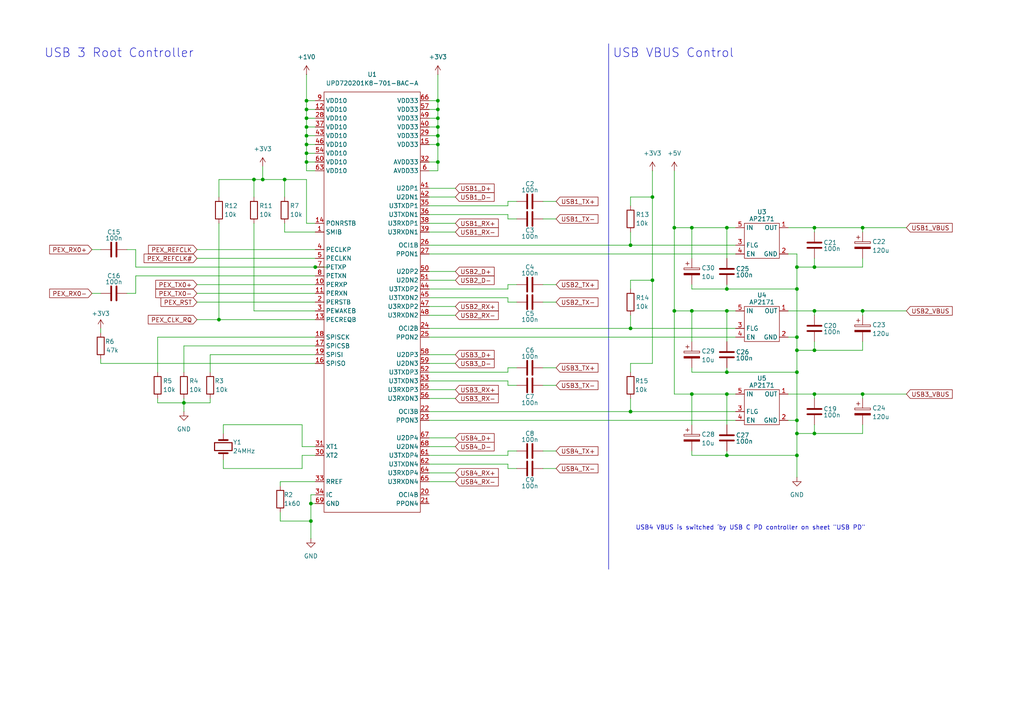
<source format=kicad_sch>
(kicad_sch (version 20231120) (generator "eeschema") (generator_version "8.0")
  (paper "A4")
  (lib_symbols
    (symbol "Device:C" (pin_numbers hide) (pin_names (offset 0.254))
      (property "Reference" "C" (at 0.635 2.54 0))
      (property "Value" "C" (at 0.635 -2.54 0))
      (symbol "C_0_1"
        (polyline (pts (xy -2.032 -0.762) (xy 2.032 -0.762)) (stroke (width 0.508)))
        (polyline (pts (xy -2.032 0.762) (xy 2.032 0.762)) (stroke (width 0.508)))
      )
      (symbol "C_1_1"
        (pin passive line (at 0 3.81 270) (length 2.794) (name "~") (number "1"))
        (pin passive line (at 0 -3.81 90) (length 2.794) (name "~") (number "2"))
      )
    )
    (symbol "Device:C_Polarized" (pin_numbers hide) (pin_names (offset 0.254))
      (property "Reference" "C" (at 0.635 2.54 0))
      (property "Value" "C_Polarized" (at 0.635 -2.54 0))
      (symbol "C_Polarized_0_1"
        (rectangle (start -2.286 0.508) (end 2.286 1.016))
        (polyline (pts (xy -1.778 2.286) (xy -0.762 2.286)))
        (polyline (pts (xy -1.27 2.794) (xy -1.27 1.778)))
        (rectangle (start 2.286 -0.508) (end -2.286 -1.016) (fill (type outline)))
      )
      (symbol "C_Polarized_1_1"
        (pin passive line (at 0 3.81 270) (length 2.794) (name "~") (number "1"))
        (pin passive line (at 0 -3.81 90) (length 2.794) (name "~") (number "2"))
      )
    )
    (symbol "Device:Crystal" (pin_numbers hide) (pin_names (offset 1.016) hide)
      (property "Reference" "Y" (at 0 3.81 0))
      (property "Value" "Crystal" (at 0 -3.81 0))
      (symbol "Crystal_0_1"
        (rectangle (start -1.143 2.54) (end 1.143 -2.54) (stroke (width 0.3048)))
        (polyline (pts (xy -2.54 0) (xy -1.905 0)))
        (polyline (pts (xy -1.905 -1.27) (xy -1.905 1.27)) (stroke (width 0.508)))
        (polyline (pts (xy 1.905 -1.27) (xy 1.905 1.27)) (stroke (width 0.508)))
        (polyline (pts (xy 2.54 0) (xy 1.905 0)))
      )
      (symbol "Crystal_1_1"
        (pin passive line (at -3.81 0 0) (length 1.27) (name "1") (number "1"))
        (pin passive line (at 3.81 0 180) (length 1.27) (name "2") (number "2"))
      )
    )
    (symbol "Device:R" (pin_numbers hide) (pin_names (offset 0))
      (property "Reference" "R" (at 2.032 0 90))
      (property "Value" "R" (at 0 0 90))
      (symbol "R_0_1"
        (rectangle (start -1.016 -2.54) (end 1.016 2.54) (stroke (width 0.254)))
      )
      (symbol "R_1_1"
        (pin passive line (at 0 3.81 270) (length 1.27) (name "~") (number "1"))
        (pin passive line (at 0 -3.81 90) (length 1.27) (name "~") (number "2"))
      )
    )
    (symbol "Framework-ExpansionBay-IOModule:AP2171"
      (property "Reference" "U" (at -3.81 6.604 0))
      (property "Value" "AP2171" (at 0 -6.35 0))
      (symbol "AP2171_0_1"
        (rectangle (start -5.08 5.08) (end 5.08 -5.08))
      )
      (symbol "AP2171_1_1"
        (pin power_out line (at 7.62 3.81 180) (length 2.54) (name "OUT") (number "1"))
        (pin power_in line (at 7.62 -3.81 180) (length 2.54) (name "GND") (number "2"))
        (pin open_collector line (at -7.62 -1.27 0) (length 2.54) (name "FLG") (number "3"))
        (pin input line (at -7.62 -3.81 0) (length 2.54) (name "EN") (number "4"))
        (pin power_in line (at -7.62 3.81 0) (length 2.54) (name "IN") (number "5"))
      )
    )
    (symbol "Framework-ExpansionBay-IOModule:UPD720201K8-701-BAC-A"
      (property "Reference" "U" (at -12.954 74.676 0))
      (property "Value" "UPD720201K8-701-BAC-A" (at 0 -50.8 0))
      (symbol "UPD720201K8-701-BAC-A_0_1"
        (rectangle (start -13.97 73.66) (end 13.97 -48.26))
      )
      (symbol "UPD720201K8-701-BAC-A_1_1"
        (pin bidirectional line (at -16.51 33.02 0) (length 2.54) (name "SMIB") (number "1"))
        (pin bidirectional line (at -16.51 17.78 0) (length 2.54) (name "PERXP") (number "10"))
        (pin bidirectional line (at -16.51 15.24 0) (length 2.54) (name "PERXN") (number "11"))
        (pin power_in line (at -16.51 68.58 0) (length 2.54) (name "VDD10") (number "12"))
        (pin bidirectional line (at -16.51 7.62 0) (length 2.54) (name "PECREQB") (number "13"))
        (pin bidirectional line (at -16.51 35.56 0) (length 2.54) (name "PONRSTB") (number "14"))
        (pin power_in line (at 16.51 58.42 180) (length 2.54) (name "VDD33") (number "15"))
        (pin bidirectional line (at -16.51 -5.08 0) (length 2.54) (name "SPISO") (number "16"))
        (pin bidirectional line (at -16.51 0 0) (length 2.54) (name "SPICSB") (number "17"))
        (pin bidirectional line (at -16.51 2.54 0) (length 2.54) (name "SPISCK") (number "18"))
        (pin bidirectional line (at -16.51 -2.54 0) (length 2.54) (name "SPISI") (number "19"))
        (pin bidirectional line (at -16.51 12.7 0) (length 2.54) (name "PERSTB") (number "2"))
        (pin bidirectional line (at 16.51 -43.18 180) (length 2.54) (name "OCI4B") (number "20"))
        (pin bidirectional line (at 16.51 -45.72 180) (length 2.54) (name "PPON4") (number "21"))
        (pin bidirectional line (at 16.51 -19.05 180) (length 2.54) (name "OCI3B") (number "22"))
        (pin bidirectional line (at 16.51 -21.59 180) (length 2.54) (name "PPON3") (number "23"))
        (pin bidirectional line (at 16.51 5.08 180) (length 2.54) (name "OCI2B") (number "24"))
        (pin bidirectional line (at 16.51 2.54 180) (length 2.54) (name "PPON2") (number "25"))
        (pin bidirectional line (at 16.51 29.21 180) (length 2.54) (name "OCI1B") (number "26"))
        (pin bidirectional line (at 16.51 26.67 180) (length 2.54) (name "PPON1") (number "27"))
        (pin power_in line (at -16.51 66.04 0) (length 2.54) (name "VDD10") (number "28"))
        (pin power_in line (at 16.51 60.96 180) (length 2.54) (name "VDD33") (number "29"))
        (pin bidirectional line (at -16.51 10.16 0) (length 2.54) (name "PEWAKEB") (number "3"))
        (pin bidirectional line (at -16.51 -31.75 0) (length 2.54) (name "XT2") (number "30"))
        (pin bidirectional line (at -16.51 -29.21 0) (length 2.54) (name "XT1") (number "31"))
        (pin power_in line (at 16.51 53.34 180) (length 2.54) (name "AVDD33") (number "32"))
        (pin bidirectional line (at -16.51 -39.37 0) (length 2.54) (name "RREF") (number "33"))
        (pin bidirectional line (at -16.51 -43.18 0) (length 2.54) (name "IC") (number "34"))
        (pin bidirectional line (at 16.51 40.64 180) (length 2.54) (name "U3TXDP1") (number "35"))
        (pin bidirectional line (at 16.51 38.1 180) (length 2.54) (name "U3TXDN1") (number "36"))
        (pin power_in line (at -16.51 63.5 0) (length 2.54) (name "VDD10") (number "37"))
        (pin bidirectional line (at 16.51 35.56 180) (length 2.54) (name "U3RXDP1") (number "38"))
        (pin bidirectional line (at 16.51 33.02 180) (length 2.54) (name "U3RXDN1") (number "39"))
        (pin bidirectional line (at -16.51 27.94 0) (length 2.54) (name "PECLKP") (number "4"))
        (pin power_in line (at 16.51 63.5 180) (length 2.54) (name "VDD33") (number "40"))
        (pin bidirectional line (at 16.51 45.72 180) (length 2.54) (name "U2DP1") (number "41"))
        (pin bidirectional line (at 16.51 43.18 180) (length 2.54) (name "U2DN1") (number "42"))
        (pin power_in line (at -16.51 60.96 0) (length 2.54) (name "VDD10") (number "43"))
        (pin bidirectional line (at 16.51 16.51 180) (length 2.54) (name "U3TXDP2") (number "44"))
        (pin bidirectional line (at 16.51 13.97 180) (length 2.54) (name "U3TXDN2") (number "45"))
        (pin power_in line (at -16.51 58.42 0) (length 2.54) (name "VDD10") (number "46"))
        (pin bidirectional line (at 16.51 11.43 180) (length 2.54) (name "U3RXDP2") (number "47"))
        (pin bidirectional line (at 16.51 8.89 180) (length 2.54) (name "U3RXDN2") (number "48"))
        (pin power_in line (at 16.51 66.04 180) (length 2.54) (name "VDD33") (number "49"))
        (pin bidirectional line (at -16.51 25.4 0) (length 2.54) (name "PECLKN") (number "5"))
        (pin bidirectional line (at 16.51 21.59 180) (length 2.54) (name "U2DP2") (number "50"))
        (pin bidirectional line (at 16.51 19.05 180) (length 2.54) (name "U2DN2") (number "51"))
        (pin bidirectional line (at 16.51 -7.62 180) (length 2.54) (name "U3TXDP3") (number "52"))
        (pin bidirectional line (at 16.51 -10.16 180) (length 2.54) (name "U3TXDN3") (number "53"))
        (pin power_in line (at -16.51 55.88 0) (length 2.54) (name "VDD10") (number "54"))
        (pin bidirectional line (at 16.51 -12.7 180) (length 2.54) (name "U3RXDP3") (number "55"))
        (pin bidirectional line (at 16.51 -15.24 180) (length 2.54) (name "U3RXDN3") (number "56"))
        (pin power_in line (at 16.51 68.58 180) (length 2.54) (name "VDD33") (number "57"))
        (pin bidirectional line (at 16.51 -2.54 180) (length 2.54) (name "U2DP3") (number "58"))
        (pin bidirectional line (at 16.51 -5.08 180) (length 2.54) (name "U2DN3") (number "59"))
        (pin power_in line (at 16.51 50.8 180) (length 2.54) (name "AVDD33") (number "6"))
        (pin power_in line (at -16.51 53.34 0) (length 2.54) (name "VDD10") (number "60"))
        (pin bidirectional line (at 16.51 -31.75 180) (length 2.54) (name "U3TXDP4") (number "61"))
        (pin bidirectional line (at 16.51 -34.29 180) (length 2.54) (name "U3TXDN4") (number "62"))
        (pin power_in line (at -16.51 50.8 0) (length 2.54) (name "VDD10") (number "63"))
        (pin bidirectional line (at 16.51 -36.83 180) (length 2.54) (name "U3RXDP4") (number "64"))
        (pin bidirectional line (at 16.51 -39.37 180) (length 2.54) (name "U3RXDN4") (number "65"))
        (pin power_in line (at 16.51 71.12 180) (length 2.54) (name "VDD33") (number "66"))
        (pin bidirectional line (at 16.51 -26.67 180) (length 2.54) (name "U2DP4") (number "67"))
        (pin bidirectional line (at 16.51 -29.21 180) (length 2.54) (name "U2DN4") (number "68"))
        (pin power_in line (at -16.51 -45.72 0) (length 2.54) (name "GND") (number "69"))
        (pin bidirectional line (at -16.51 22.86 0) (length 2.54) (name "PETXP") (number "7"))
        (pin bidirectional line (at -16.51 20.32 0) (length 2.54) (name "PETXN") (number "8"))
        (pin power_in line (at -16.51 71.12 0) (length 2.54) (name "VDD10") (number "9"))
      )
    )
    (symbol "power:+1V0" (power) (pin_numbers hide) (pin_names (offset 0) hide)
      (property "Value" "+1V0" (at 0 3.556 0))
      (symbol "+1V0_0_1"
        (polyline (pts (xy -0.762 1.27) (xy 0 2.54)))
        (polyline (pts (xy 0 0) (xy 0 2.54)))
        (polyline (pts (xy 0 2.54) (xy 0.762 1.27)))
      )
      (symbol "+1V0_1_1"
        (pin power_in line (at 0 0 90) (length 0) (name "~") (number "1"))
      )
    )
    (symbol "power:+3V3" (power) (pin_numbers hide) (pin_names (offset 0) hide)
      (property "Value" "+3V3" (at 0 3.556 0))
      (symbol "+3V3_0_1"
        (polyline (pts (xy -0.762 1.27) (xy 0 2.54)))
        (polyline (pts (xy 0 0) (xy 0 2.54)))
        (polyline (pts (xy 0 2.54) (xy 0.762 1.27)))
      )
      (symbol "+3V3_1_1"
        (pin power_in line (at 0 0 90) (length 0) (name "~") (number "1"))
      )
    )
    (symbol "power:+5V" (power) (pin_numbers hide) (pin_names (offset 0) hide)
      (property "Value" "+5V" (at 0 3.556 0))
      (symbol "+5V_0_1"
        (polyline (pts (xy -0.762 1.27) (xy 0 2.54)))
        (polyline (pts (xy 0 0) (xy 0 2.54)))
        (polyline (pts (xy 0 2.54) (xy 0.762 1.27)))
      )
      (symbol "+5V_1_1"
        (pin power_in line (at 0 0 90) (length 0) (name "~") (number "1"))
      )
    )
    (symbol "power:GND" (power) (pin_numbers hide) (pin_names (offset 0) hide)
      (property "Value" "GND" (at 0 -3.81 0))
      (symbol "GND_0_1"
        (polyline (pts (xy 0 0) (xy 0 -1.27) (xy 1.27 -1.27) (xy 0 -2.54) (xy -1.27 -1.27) (xy 0 -1.27)))
      )
      (symbol "GND_1_1"
        (pin power_in line (at 0 0 270) (length 0) (name "~") (number "1"))
      )
    )
  )
  (junction (at 250.19 114.3))
  (junction (at 88.9 31.75))
  (junction (at 231.14 121.92))
  (junction (at 210.82 90.17))
  (junction (at 88.9 29.21))
  (junction (at 231.14 97.79))
  (junction (at 127 34.29))
  (junction (at 91.44 77.47))
  (junction (at 231.14 83.82))
  (junction (at 210.82 114.3))
  (junction (at 88.9 39.37))
  (junction (at 189.23 81.28))
  (junction (at 88.9 36.83))
  (junction (at 210.82 132.08))
  (junction (at 76.2 52.07))
  (junction (at 63.5 92.71))
  (junction (at 231.14 125.73))
  (junction (at 236.22 125.73))
  (junction (at 127 46.99))
  (junction (at 210.82 83.82))
  (junction (at 189.23 57.15))
  (junction (at 200.66 114.3))
  (junction (at 200.66 90.17))
  (junction (at 88.9 34.29))
  (junction (at 182.88 95.25))
  (junction (at 200.66 66.04))
  (junction (at 210.82 66.04))
  (junction (at 88.9 44.45))
  (junction (at 90.17 146.05))
  (junction (at 90.17 151.13))
  (junction (at 231.14 132.08))
  (junction (at 127 29.21))
  (junction (at 195.58 90.17))
  (junction (at 82.55 52.07))
  (junction (at 127 31.75))
  (junction (at 210.82 107.95))
  (junction (at 88.9 46.99))
  (junction (at 236.22 101.6))
  (junction (at 231.14 77.47))
  (junction (at 236.22 77.47))
  (junction (at 127 36.83))
  (junction (at 236.22 90.17))
  (junction (at 236.22 114.3))
  (junction (at 250.19 90.17))
  (junction (at 127 41.91))
  (junction (at 250.19 66.04))
  (junction (at 231.14 101.6))
  (junction (at 127 39.37))
  (junction (at 231.14 107.95))
  (junction (at 88.9 41.91))
  (junction (at 53.34 116.84))
  (junction (at 182.88 71.12))
  (junction (at 236.22 66.04))
  (junction (at 182.88 119.38))
  (junction (at 73.66 52.07))
  (junction (at 195.58 66.04))
  (wire (pts (xy 127 34.29) (xy 127 31.75)))
  (wire (pts (xy 200.66 114.3) (xy 210.82 114.3)))
  (wire (pts (xy 157.48 130.81) (xy 161.29 130.81)))
  (wire (pts (xy 182.88 67.31) (xy 182.88 71.12)))
  (wire (pts (xy 236.22 90.17) (xy 236.22 91.44)))
  (wire (pts (xy 124.46 95.25) (xy 182.88 95.25)))
  (wire (pts (xy 87.63 123.19) (xy 87.63 129.54)))
  (wire (pts (xy 124.46 39.37) (xy 127 39.37)))
  (wire (pts (xy 39.37 72.39) (xy 39.37 77.47)))
  (wire (pts (xy 88.9 44.45) (xy 91.44 44.45)))
  (wire (pts (xy 182.88 95.25) (xy 213.36 95.25)))
  (wire (pts (xy 231.14 77.47) (xy 231.14 83.82)))
  (wire (pts (xy 157.48 63.5) (xy 161.29 63.5)))
  (wire (pts (xy 195.58 90.17) (xy 195.58 114.3)))
  (wire (pts (xy 57.15 85.09) (xy 91.44 85.09)))
  (wire (pts (xy 26.67 72.39) (xy 29.21 72.39)))
  (wire (pts (xy 60.96 116.84) (xy 60.96 115.57)))
  (wire (pts (xy 149.86 63.5) (xy 147.32 63.5)))
  (wire (pts (xy 88.9 34.29) (xy 88.9 31.75)))
  (wire (pts (xy 76.2 52.07) (xy 82.55 52.07)))
  (wire (pts (xy 29.21 105.41) (xy 91.44 105.41)))
  (wire (pts (xy 250.19 90.17) (xy 262.89 90.17)))
  (wire (pts (xy 228.6 97.79) (xy 231.14 97.79)))
  (wire (pts (xy 91.44 132.08) (xy 87.63 132.08)))
  (wire (pts (xy 127 36.83) (xy 127 34.29)))
  (wire (pts (xy 182.88 119.38) (xy 213.36 119.38)))
  (wire (pts (xy 228.6 114.3) (xy 236.22 114.3)))
  (wire (pts (xy 124.46 97.79) (xy 213.36 97.79)))
  (wire (pts (xy 147.32 111.76) (xy 147.32 110.49)))
  (wire (pts (xy 90.17 146.05) (xy 91.44 146.05)))
  (wire (pts (xy 250.19 74.93) (xy 250.19 77.47)))
  (wire (pts (xy 45.72 116.84) (xy 53.34 116.84)))
  (wire (pts (xy 29.21 95.25) (xy 29.21 96.52)))
  (wire (pts (xy 149.86 106.68) (xy 147.32 106.68)))
  (wire (pts (xy 149.86 135.89) (xy 147.32 135.89)))
  (wire (pts (xy 127 31.75) (xy 127 29.21)))
  (wire (pts (xy 147.32 87.63) (xy 147.32 86.36)))
  (wire (pts (xy 53.34 115.57) (xy 53.34 116.84)))
  (wire (pts (xy 250.19 77.47) (xy 236.22 77.47)))
  (wire (pts (xy 88.9 31.75) (xy 88.9 29.21)))
  (wire (pts (xy 182.88 59.69) (xy 182.88 57.15)))
  (wire (pts (xy 127 21.59) (xy 127 29.21)))
  (wire (pts (xy 200.66 66.04) (xy 210.82 66.04)))
  (wire (pts (xy 87.63 135.89) (xy 64.77 135.89)))
  (wire (pts (xy 124.46 102.87) (xy 132.08 102.87)))
  (wire (pts (xy 26.67 85.09) (xy 29.21 85.09)))
  (wire (pts (xy 210.82 90.17) (xy 213.36 90.17)))
  (wire (pts (xy 91.44 49.53) (xy 88.9 49.53)))
  (wire (pts (xy 45.72 97.79) (xy 91.44 97.79)))
  (wire (pts (xy 147.32 62.23) (xy 124.46 62.23)))
  (wire (pts (xy 88.9 36.83) (xy 88.9 34.29)))
  (wire (pts (xy 149.86 58.42) (xy 147.32 58.42)))
  (wire (pts (xy 124.46 129.54) (xy 132.08 129.54)))
  (wire (pts (xy 57.15 72.39) (xy 91.44 72.39)))
  (wire (pts (xy 147.32 83.82) (xy 124.46 83.82)))
  (wire (pts (xy 88.9 36.83) (xy 91.44 36.83)))
  (wire (pts (xy 127 49.53) (xy 127 46.99)))
  (wire (pts (xy 182.88 105.41) (xy 182.88 107.95)))
  (wire (pts (xy 88.9 39.37) (xy 91.44 39.37)))
  (wire (pts (xy 250.19 99.06) (xy 250.19 101.6)))
  (wire (pts (xy 231.14 97.79) (xy 231.14 83.82)))
  (wire (pts (xy 64.77 123.19) (xy 87.63 123.19)))
  (wire (pts (xy 63.5 92.71) (xy 91.44 92.71)))
  (wire (pts (xy 147.32 134.62) (xy 124.46 134.62)))
  (wire (pts (xy 88.9 31.75) (xy 91.44 31.75)))
  (wire (pts (xy 157.48 82.55) (xy 161.29 82.55)))
  (wire (pts (xy 189.23 49.53) (xy 189.23 57.15)))
  (wire (pts (xy 124.46 31.75) (xy 127 31.75)))
  (wire (pts (xy 124.46 36.83) (xy 127 36.83)))
  (wire (pts (xy 88.9 52.07) (xy 88.9 64.77)))
  (wire (pts (xy 124.46 121.92) (xy 213.36 121.92)))
  (wire (pts (xy 147.32 132.08) (xy 124.46 132.08)))
  (wire (pts (xy 88.9 41.91) (xy 91.44 41.91)))
  (wire (pts (xy 182.88 83.82) (xy 182.88 81.28)))
  (wire (pts (xy 60.96 107.95) (xy 60.96 102.87)))
  (wire (pts (xy 73.66 64.77) (xy 73.66 90.17)))
  (wire (pts (xy 200.66 66.04) (xy 200.66 74.93)))
  (wire (pts (xy 127 46.99) (xy 127 41.91)))
  (wire (pts (xy 39.37 77.47) (xy 91.44 77.47)))
  (wire (pts (xy 200.66 90.17) (xy 210.82 90.17)))
  (wire (pts (xy 124.46 105.41) (xy 132.08 105.41)))
  (wire (pts (xy 236.22 114.3) (xy 250.19 114.3)))
  (wire (pts (xy 81.28 151.13) (xy 90.17 151.13)))
  (wire (pts (xy 53.34 116.84) (xy 60.96 116.84)))
  (wire (pts (xy 236.22 66.04) (xy 250.19 66.04)))
  (wire (pts (xy 236.22 66.04) (xy 236.22 67.31)))
  (wire (pts (xy 124.46 127) (xy 132.08 127)))
  (wire (pts (xy 36.83 85.09) (xy 39.37 85.09)))
  (wire (pts (xy 236.22 123.19) (xy 236.22 125.73)))
  (wire (pts (xy 157.48 58.42) (xy 161.29 58.42)))
  (wire (pts (xy 210.82 106.68) (xy 210.82 107.95)))
  (wire (pts (xy 210.82 66.04) (xy 210.82 74.93)))
  (wire (pts (xy 90.17 151.13) (xy 90.17 146.05)))
  (wire (pts (xy 157.48 87.63) (xy 161.29 87.63)))
  (wire (pts (xy 200.66 83.82) (xy 210.82 83.82)))
  (wire (pts (xy 39.37 85.09) (xy 39.37 80.01)))
  (wire (pts (xy 236.22 114.3) (xy 236.22 115.57)))
  (wire (pts (xy 124.46 34.29) (xy 127 34.29)))
  (wire (pts (xy 29.21 104.14) (xy 29.21 105.41)))
  (wire (pts (xy 231.14 101.6) (xy 231.14 97.79)))
  (wire (pts (xy 73.66 52.07) (xy 76.2 52.07)))
  (polyline (pts (xy 176.53 12.7) (xy 176.53 165.1)))
  (wire (pts (xy 124.46 57.15) (xy 132.08 57.15)))
  (wire (pts (xy 147.32 63.5) (xy 147.32 62.23)))
  (wire (pts (xy 231.14 132.08) (xy 231.14 125.73)))
  (wire (pts (xy 182.88 91.44) (xy 182.88 95.25)))
  (wire (pts (xy 124.46 78.74) (xy 132.08 78.74)))
  (wire (pts (xy 147.32 86.36) (xy 124.46 86.36)))
  (wire (pts (xy 210.82 114.3) (xy 210.82 123.19)))
  (wire (pts (xy 60.96 102.87) (xy 91.44 102.87)))
  (wire (pts (xy 200.66 132.08) (xy 210.82 132.08)))
  (wire (pts (xy 210.82 107.95) (xy 231.14 107.95)))
  (wire (pts (xy 76.2 48.26) (xy 76.2 52.07)))
  (wire (pts (xy 82.55 52.07) (xy 88.9 52.07)))
  (wire (pts (xy 157.48 111.76) (xy 161.29 111.76)))
  (wire (pts (xy 250.19 66.04) (xy 262.89 66.04)))
  (wire (pts (xy 195.58 66.04) (xy 200.66 66.04)))
  (wire (pts (xy 195.58 90.17) (xy 200.66 90.17)))
  (wire (pts (xy 250.19 66.04) (xy 250.19 67.31)))
  (wire (pts (xy 87.63 132.08) (xy 87.63 135.89)))
  (wire (pts (xy 53.34 107.95) (xy 53.34 100.33)))
  (wire (pts (xy 200.66 114.3) (xy 200.66 123.19)))
  (wire (pts (xy 236.22 99.06) (xy 236.22 101.6)))
  (wire (pts (xy 124.46 73.66) (xy 213.36 73.66)))
  (wire (pts (xy 250.19 123.19) (xy 250.19 125.73)))
  (wire (pts (xy 228.6 121.92) (xy 231.14 121.92)))
  (wire (pts (xy 57.15 82.55) (xy 91.44 82.55)))
  (wire (pts (xy 236.22 101.6) (xy 231.14 101.6)))
  (wire (pts (xy 57.15 92.71) (xy 63.5 92.71)))
  (wire (pts (xy 189.23 105.41) (xy 182.88 105.41)))
  (wire (pts (xy 149.86 111.76) (xy 147.32 111.76)))
  (wire (pts (xy 195.58 49.53) (xy 195.58 66.04)))
  (wire (pts (xy 124.46 113.03) (xy 132.08 113.03)))
  (wire (pts (xy 63.5 64.77) (xy 63.5 92.71)))
  (wire (pts (xy 200.66 90.17) (xy 200.66 99.06)))
  (wire (pts (xy 124.46 115.57) (xy 132.08 115.57)))
  (wire (pts (xy 250.19 114.3) (xy 250.19 115.57)))
  (wire (pts (xy 189.23 81.28) (xy 189.23 105.41)))
  (wire (pts (xy 147.32 135.89) (xy 147.32 134.62)))
  (wire (pts (xy 88.9 29.21) (xy 91.44 29.21)))
  (wire (pts (xy 124.46 81.28) (xy 132.08 81.28)))
  (wire (pts (xy 231.14 77.47) (xy 231.14 73.66)))
  (wire (pts (xy 88.9 44.45) (xy 88.9 41.91)))
  (wire (pts (xy 195.58 66.04) (xy 195.58 90.17)))
  (wire (pts (xy 200.66 130.81) (xy 200.66 132.08)))
  (wire (pts (xy 36.83 72.39) (xy 39.37 72.39)))
  (wire (pts (xy 124.46 54.61) (xy 132.08 54.61)))
  (wire (pts (xy 88.9 34.29) (xy 91.44 34.29)))
  (wire (pts (xy 63.5 52.07) (xy 73.66 52.07)))
  (wire (pts (xy 88.9 64.77) (xy 91.44 64.77)))
  (wire (pts (xy 82.55 64.77) (xy 82.55 67.31)))
  (wire (pts (xy 64.77 133.35) (xy 64.77 135.89)))
  (wire (pts (xy 182.88 115.57) (xy 182.88 119.38)))
  (wire (pts (xy 82.55 52.07) (xy 82.55 57.15)))
  (wire (pts (xy 81.28 139.7) (xy 91.44 139.7)))
  (wire (pts (xy 210.82 83.82) (xy 231.14 83.82)))
  (wire (pts (xy 147.32 58.42) (xy 147.32 59.69)))
  (wire (pts (xy 73.66 90.17) (xy 91.44 90.17)))
  (wire (pts (xy 124.46 91.44) (xy 132.08 91.44)))
  (wire (pts (xy 182.88 81.28) (xy 189.23 81.28)))
  (wire (pts (xy 57.15 74.93) (xy 91.44 74.93)))
  (wire (pts (xy 250.19 90.17) (xy 250.19 91.44)))
  (wire (pts (xy 53.34 100.33) (xy 91.44 100.33)))
  (wire (pts (xy 87.63 129.54) (xy 91.44 129.54)))
  (wire (pts (xy 124.46 88.9) (xy 132.08 88.9)))
  (wire (pts (xy 124.46 139.7) (xy 132.08 139.7)))
  (wire (pts (xy 127 39.37) (xy 127 36.83)))
  (wire (pts (xy 236.22 90.17) (xy 250.19 90.17)))
  (wire (pts (xy 124.46 46.99) (xy 127 46.99)))
  (wire (pts (xy 88.9 39.37) (xy 88.9 36.83)))
  (wire (pts (xy 124.46 41.91) (xy 127 41.91)))
  (wire (pts (xy 88.9 21.59) (xy 88.9 29.21)))
  (wire (pts (xy 95.25 77.47) (xy 91.44 77.47)))
  (wire (pts (xy 236.22 77.47) (xy 231.14 77.47)))
  (wire (pts (xy 90.17 156.21) (xy 90.17 151.13)))
  (wire (pts (xy 147.32 130.81) (xy 147.32 132.08)))
  (wire (pts (xy 147.32 59.69) (xy 124.46 59.69)))
  (wire (pts (xy 90.17 143.51) (xy 91.44 143.51)))
  (wire (pts (xy 149.86 130.81) (xy 147.32 130.81)))
  (wire (pts (xy 124.46 67.31) (xy 132.08 67.31)))
  (wire (pts (xy 182.88 71.12) (xy 213.36 71.12)))
  (wire (pts (xy 124.46 119.38) (xy 182.88 119.38)))
  (wire (pts (xy 81.28 140.97) (xy 81.28 139.7)))
  (wire (pts (xy 231.14 125.73) (xy 231.14 121.92)))
  (wire (pts (xy 189.23 57.15) (xy 189.23 81.28)))
  (wire (pts (xy 88.9 41.91) (xy 88.9 39.37)))
  (wire (pts (xy 182.88 57.15) (xy 189.23 57.15)))
  (wire (pts (xy 250.19 114.3) (xy 262.89 114.3)))
  (wire (pts (xy 127 41.91) (xy 127 39.37)))
  (wire (pts (xy 45.72 107.95) (xy 45.72 97.79)))
  (wire (pts (xy 63.5 57.15) (xy 63.5 52.07)))
  (wire (pts (xy 231.14 121.92) (xy 231.14 107.95)))
  (wire (pts (xy 250.19 125.73) (xy 236.22 125.73)))
  (wire (pts (xy 88.9 49.53) (xy 88.9 46.99)))
  (wire (pts (xy 127 29.21) (xy 124.46 29.21)))
  (wire (pts (xy 147.32 107.95) (xy 124.46 107.95)))
  (wire (pts (xy 82.55 67.31) (xy 91.44 67.31)))
  (wire (pts (xy 236.22 125.73) (xy 231.14 125.73)))
  (wire (pts (xy 147.32 106.68) (xy 147.32 107.95)))
  (wire (pts (xy 157.48 135.89) (xy 161.29 135.89)))
  (wire (pts (xy 228.6 90.17) (xy 236.22 90.17)))
  (wire (pts (xy 57.15 87.63) (xy 91.44 87.63)))
  (wire (pts (xy 124.46 71.12) (xy 182.88 71.12)))
  (wire (pts (xy 124.46 64.77) (xy 132.08 64.77)))
  (wire (pts (xy 81.28 148.59) (xy 81.28 151.13)))
  (wire (pts (xy 124.46 49.53) (xy 127 49.53)))
  (wire (pts (xy 210.82 90.17) (xy 210.82 99.06)))
  (wire (pts (xy 200.66 82.55) (xy 200.66 83.82)))
  (wire (pts (xy 236.22 74.93) (xy 236.22 77.47)))
  (wire (pts (xy 195.58 114.3) (xy 200.66 114.3)))
  (wire (pts (xy 200.66 106.68) (xy 200.66 107.95)))
  (wire (pts (xy 228.6 66.04) (xy 236.22 66.04)))
  (wire (pts (xy 231.14 107.95) (xy 231.14 101.6)))
  (wire (pts (xy 88.9 46.99) (xy 91.44 46.99)))
  (wire (pts (xy 147.32 82.55) (xy 147.32 83.82)))
  (wire (pts (xy 157.48 106.68) (xy 161.29 106.68)))
  (wire (pts (xy 45.72 115.57) (xy 45.72 116.84)))
  (wire (pts (xy 90.17 146.05) (xy 90.17 143.51)))
  (wire (pts (xy 147.32 110.49) (xy 124.46 110.49)))
  (wire (pts (xy 200.66 107.95) (xy 210.82 107.95)))
  (wire (pts (xy 149.86 82.55) (xy 147.32 82.55)))
  (wire (pts (xy 231.14 138.43) (xy 231.14 132.08)))
  (wire (pts (xy 231.14 73.66) (xy 228.6 73.66)))
  (wire (pts (xy 39.37 80.01) (xy 91.44 80.01)))
  (wire (pts (xy 210.82 130.81) (xy 210.82 132.08)))
  (wire (pts (xy 64.77 125.73) (xy 64.77 123.19)))
  (wire (pts (xy 53.34 116.84) (xy 53.34 119.38)))
  (wire (pts (xy 73.66 57.15) (xy 73.66 52.07)))
  (wire (pts (xy 250.19 101.6) (xy 236.22 101.6)))
  (wire (pts (xy 88.9 46.99) (xy 88.9 44.45)))
  (wire (pts (xy 210.82 82.55) (xy 210.82 83.82)))
  (wire (pts (xy 210.82 132.08) (xy 231.14 132.08)))
  (wire (pts (xy 149.86 87.63) (xy 147.32 87.63)))
  (wire (pts (xy 124.46 137.16) (xy 132.08 137.16)))
  (wire (pts (xy 210.82 114.3) (xy 213.36 114.3)))
  (wire (pts (xy 210.82 66.04) (xy 213.36 66.04)))
  (text "USB VBUS Control" (at 195.326 15.494 0) (effects (font (size 2.54 2.54))))
  (text "USB4 VBUS is switched ´by USB C PD controller on sheet \"USB PD\"" (at 217.678 153.162 0) (effects (font (size 1.27 1.27))))
  (text "USB 3 Root Controller" (at 34.544 15.494 0) (effects (font (size 2.54 2.54))))
  (global_label "USB2_TX+" (shape input) (at 161.29 82.55 0) (property "Intersheetrefs" "${INTERSHEET_REFS}" (effects (hide yes))))
  (global_label "PEX_RST" (shape input) (at 57.15 87.63 180) (property "Intersheetrefs" "${INTERSHEET_REFS}" (effects (hide yes))))
  (global_label "USB4_RX+" (shape input) (at 132.08 137.16 0) (property "Intersheetrefs" "${INTERSHEET_REFS}" (effects (hide yes))))
  (global_label "USB3_VBUS" (shape input) (at 262.89 114.3 0) (property "Intersheetrefs" "${INTERSHEET_REFS}" (effects (hide yes))))
  (global_label "PEX_REFCLK" (shape input) (at 57.15 72.39 180) (property "Intersheetrefs" "${INTERSHEET_REFS}" (effects (hide yes))))
  (global_label "USB1_RX-" (shape input) (at 132.08 67.31 0) (property "Intersheetrefs" "${INTERSHEET_REFS}" (effects (hide yes))))
  (global_label "PEX_RX0+" (shape input) (at 26.67 72.39 180) (property "Intersheetrefs" "${INTERSHEET_REFS}" (effects (hide yes))))
  (global_label "PEX_CLK_RQ" (shape input) (at 57.15 92.71 180) (property "Intersheetrefs" "${INTERSHEET_REFS}" (effects (hide yes))))
  (global_label "USB2_D-" (shape input) (at 132.08 81.28 0) (property "Intersheetrefs" "${INTERSHEET_REFS}" (effects (hide yes))))
  (global_label "USB3_D+" (shape input) (at 132.08 102.87 0) (property "Intersheetrefs" "${INTERSHEET_REFS}" (effects (hide yes))))
  (global_label "USB1_VBUS" (shape input) (at 262.89 66.04 0) (property "Intersheetrefs" "${INTERSHEET_REFS}" (effects (hide yes))))
  (global_label "USB4_TX-" (shape input) (at 161.29 135.89 0) (property "Intersheetrefs" "${INTERSHEET_REFS}" (effects (hide yes))))
  (global_label "USB4_D-" (shape input) (at 132.08 129.54 0) (property "Intersheetrefs" "${INTERSHEET_REFS}" (effects (hide yes))))
  (global_label "USB1_TX+" (shape input) (at 161.29 58.42 0) (property "Intersheetrefs" "${INTERSHEET_REFS}" (effects (hide yes))))
  (global_label "USB4_RX-" (shape input) (at 132.08 139.7 0) (property "Intersheetrefs" "${INTERSHEET_REFS}" (effects (hide yes))))
  (global_label "USB2_TX-" (shape input) (at 161.29 87.63 0) (property "Intersheetrefs" "${INTERSHEET_REFS}" (effects (hide yes))))
  (global_label "USB4_TX+" (shape input) (at 161.29 130.81 0) (property "Intersheetrefs" "${INTERSHEET_REFS}" (effects (hide yes))))
  (global_label "USB2_RX+" (shape input) (at 132.08 88.9 0) (property "Intersheetrefs" "${INTERSHEET_REFS}" (effects (hide yes))))
  (global_label "PEX_TX0+" (shape input) (at 57.15 82.55 180) (property "Intersheetrefs" "${INTERSHEET_REFS}" (effects (hide yes))))
  (global_label "PEX_REFCLK#" (shape input) (at 57.15 74.93 180) (property "Intersheetrefs" "${INTERSHEET_REFS}" (effects (hide yes))))
  (global_label "USB4_D+" (shape input) (at 132.08 127 0) (property "Intersheetrefs" "${INTERSHEET_REFS}" (effects (hide yes))))
  (global_label "PEX_TX0-" (shape input) (at 57.15 85.09 180) (property "Intersheetrefs" "${INTERSHEET_REFS}" (effects (hide yes))))
  (global_label "USB1_TX-" (shape input) (at 161.29 63.5 0) (property "Intersheetrefs" "${INTERSHEET_REFS}" (effects (hide yes))))
  (global_label "USB3_D-" (shape input) (at 132.08 105.41 0) (property "Intersheetrefs" "${INTERSHEET_REFS}" (effects (hide yes))))
  (global_label "USB2_VBUS" (shape input) (at 262.89 90.17 0) (property "Intersheetrefs" "${INTERSHEET_REFS}" (effects (hide yes))))
  (global_label "USB1_D+" (shape input) (at 132.08 54.61 0) (property "Intersheetrefs" "${INTERSHEET_REFS}" (effects (hide yes))))
  (global_label "USB2_RX-" (shape input) (at 132.08 91.44 0) (property "Intersheetrefs" "${INTERSHEET_REFS}" (effects (hide yes))))
  (global_label "USB3_RX-" (shape input) (at 132.08 115.57 0) (property "Intersheetrefs" "${INTERSHEET_REFS}" (effects (hide yes))))
  (global_label "USB1_D-" (shape input) (at 132.08 57.15 0) (property "Intersheetrefs" "${INTERSHEET_REFS}" (effects (hide yes))))
  (global_label "USB3_RX+" (shape input) (at 132.08 113.03 0) (property "Intersheetrefs" "${INTERSHEET_REFS}" (effects (hide yes))))
  (global_label "USB2_D+" (shape input) (at 132.08 78.74 0) (property "Intersheetrefs" "${INTERSHEET_REFS}" (effects (hide yes))))
  (global_label "USB3_TX+" (shape input) (at 161.29 106.68 0) (property "Intersheetrefs" "${INTERSHEET_REFS}" (effects (hide yes))))
  (global_label "USB3_TX-" (shape input) (at 161.29 111.76 0) (property "Intersheetrefs" "${INTERSHEET_REFS}" (effects (hide yes))))
  (global_label "USB1_RX+" (shape input) (at 132.08 64.77 0) (property "Intersheetrefs" "${INTERSHEET_REFS}" (effects (hide yes))))
  (global_label "PEX_RX0-" (shape input) (at 26.67 85.09 180) (property "Intersheetrefs" "${INTERSHEET_REFS}" (effects (hide yes))))
  (symbol (lib_id "Device:C") (at 33.02 72.39 90) (unit 1)
    (property "Reference" "C15" (at 33.02 67.31 90))
    (property "Value" "100n" (at 33.02 69.088 90))
    (property "Description" "Unpolarized capacitor" (effects (hide yes)))
  )
  (symbol (lib_id "power:+3V3") (at 127 21.59 0) (unit 1)
    (property "Reference" "#PWR017" (effects (hide yes)))
    (property "Value" "+3V3" (at 127 16.51 0))
    (property "Description" "Power symbol creates a global label with name \"+3V3\"" (effects (hide yes)))
  )
  (symbol (lib_id "power:GND") (at 53.34 119.38 0) (unit 1)
    (property "Reference" "#PWR021" (effects (hide yes)))
    (property "Value" "GND" (at 53.34 124.46 0))
    (property "Description" "Power symbol creates a global label with name \"GND\" , ground" (effects (hide yes)))
  )
  (symbol (lib_id "Framework-ExpansionBay-IOModule:AP2171") (at 220.98 118.11 0) (unit 1)
    (property "Reference" "U5" (at 220.98 109.728 0))
    (property "Value" "AP2171" (at 220.98 111.76 0))
    (property "Footprint" "Package_TO_SOT_SMD:SOT-23-5" (effects (hide yes)))
    (property "Datasheet" "https://www.diodes.com/assets/Datasheets/AP2161_71.pdf" (effects (hide yes)))
    (property "Description" "USB Power Switch with Overcurrent output" (effects (hide yes)))
  )
  (symbol (lib_id "Device:R") (at 82.55 60.96 180) (unit 1)
    (property "Reference" "R7" (at 84.074 59.69 0) (effects (justify right)))
    (property "Value" "10k" (at 84.074 62.23 0) (effects (justify right)))
    (property "Description" "Resistor" (effects (hide yes)))
  )
  (symbol (lib_id "Device:C_Polarized") (at 200.66 127 0) (unit 1)
    (property "Reference" "C28" (at 203.454 125.984 0) (effects (justify left)))
    (property "Value" "10u" (at 203.454 128.524 0) (effects (justify left)))
    (property "Description" "Polarized capacitor" (effects (hide yes)))
  )
  (symbol (lib_id "Device:R") (at 29.21 100.33 180) (unit 1)
    (property "Reference" "R6" (at 30.48 99.06 0) (effects (justify right)))
    (property "Value" "47k" (at 30.734 101.6 0) (effects (justify right)))
    (property "Description" "Resistor" (effects (hide yes)))
  )
  (symbol (lib_id "power:+3V3") (at 29.21 95.25 0) (unit 1)
    (property "Reference" "#PWR022" (effects (hide yes)))
    (property "Value" "+3V3" (at 29.21 90.932 0))
    (property "Description" "Power symbol creates a global label with name \"+3V3\"" (effects (hide yes)))
  )
  (symbol (lib_id "Device:C_Polarized") (at 250.19 119.38 0) (unit 1)
    (property "Reference" "C24" (at 252.984 118.364 0) (effects (justify left)))
    (property "Value" "120u" (at 252.984 120.904 0) (effects (justify left)))
    (property "Description" "Polarized capacitor" (effects (hide yes)))
  )
  (symbol (lib_id "power:GND") (at 231.14 138.43 0) (unit 1)
    (property "Reference" "#PWR032" (effects (hide yes)))
    (property "Value" "GND" (at 231.14 143.51 0))
    (property "Description" "Power symbol creates a global label with name \"GND\" , ground" (effects (hide yes)))
  )
  (symbol (lib_id "Device:R") (at 73.66 60.96 180) (unit 1)
    (property "Reference" "R11" (at 75.184 59.69 0) (effects (justify right)))
    (property "Value" "10k" (at 75.184 62.23 0) (effects (justify right)))
    (property "Description" "Resistor" (effects (hide yes)))
  )
  (symbol (lib_id "Device:C") (at 153.67 111.76 90) (unit 1)
    (property "Reference" "C7" (at 153.67 115.062 90))
    (property "Value" "100n" (at 153.67 116.84 90))
    (property "Description" "Unpolarized capacitor" (effects (hide yes)))
  )
  (symbol (lib_id "Device:R") (at 182.88 111.76 0) (unit 1)
    (property "Reference" "R15" (at 184.15 110.49 0) (effects (justify left)))
    (property "Value" "10k" (at 184.15 113.03 0) (effects (justify left)))
    (property "Description" "Resistor" (effects (hide yes)))
  )
  (symbol (lib_id "Device:C") (at 210.82 102.87 180) (unit 1)
    (property "Reference" "C26" (at 215.392 102.108 0))
    (property "Value" "100n" (at 215.9 103.886 0))
    (property "Description" "Unpolarized capacitor" (effects (hide yes)))
  )
  (symbol (lib_id "power:+3V3") (at 76.2 48.26 0) (unit 1)
    (property "Reference" "#PWR018" (effects (hide yes)))
    (property "Value" "+3V3" (at 76.2 43.18 0))
    (property "Description" "Power symbol creates a global label with name \"+3V3\"" (effects (hide yes)))
  )
  (symbol (lib_id "Device:C") (at 153.67 82.55 90) (unit 1)
    (property "Reference" "C4" (at 153.67 77.47 90))
    (property "Value" "100n" (at 153.67 79.248 90))
    (property "Description" "Unpolarized capacitor" (effects (hide yes)))
  )
  (symbol (lib_id "Device:C") (at 210.82 127 180) (unit 1)
    (property "Reference" "C27" (at 215.392 126.238 0))
    (property "Value" "100n" (at 215.9 128.016 0))
    (property "Description" "Unpolarized capacitor" (effects (hide yes)))
  )
  (symbol (lib_id "Device:C") (at 153.67 106.68 90) (unit 1)
    (property "Reference" "C6" (at 153.67 101.6 90))
    (property "Value" "100n" (at 153.67 103.378 90))
    (property "Description" "Unpolarized capacitor" (effects (hide yes)))
  )
  (symbol (lib_id "Device:C") (at 153.67 135.89 90) (unit 1)
    (property "Reference" "C9" (at 153.67 139.192 90))
    (property "Value" "100n" (at 153.67 140.97 90))
    (property "Description" "Unpolarized capacitor" (effects (hide yes)))
  )
  (symbol (lib_id "Device:C") (at 236.22 71.12 180) (unit 1)
    (property "Reference" "C21" (at 240.792 70.358 0))
    (property "Value" "100n" (at 241.3 72.136 0))
    (property "Description" "Unpolarized capacitor" (effects (hide yes)))
  )
  (symbol (lib_id "Device:R") (at 81.28 144.78 180) (unit 1)
    (property "Reference" "R2" (at 82.296 143.51 0) (effects (justify right)))
    (property "Value" "1k60" (at 82.296 146.05 0) (effects (justify right)))
    (property "Description" "Resistor" (effects (hide yes)))
  )
  (symbol (lib_id "Device:R") (at 60.96 111.76 180) (unit 1)
    (property "Reference" "R3" (at 62.23 110.49 0) (effects (justify right)))
    (property "Value" "10k" (at 62.484 113.03 0) (effects (justify right)))
    (property "Description" "Resistor" (effects (hide yes)))
  )
  (symbol (lib_id "Device:R") (at 45.72 111.76 180) (unit 1)
    (property "Reference" "R5" (at 47.244 110.49 0) (effects (justify right)))
    (property "Value" "10k" (at 47.244 113.03 0) (effects (justify right)))
    (property "Description" "Resistor" (effects (hide yes)))
  )
  (symbol (lib_id "Device:C") (at 236.22 95.25 180) (unit 1)
    (property "Reference" "C20" (at 240.792 94.488 0))
    (property "Value" "100n" (at 241.3 96.266 0))
    (property "Description" "Unpolarized capacitor" (effects (hide yes)))
  )
  (symbol (lib_id "Device:R") (at 182.88 87.63 0) (unit 1)
    (property "Reference" "R14" (at 184.404 86.36 0) (effects (justify left)))
    (property "Value" "10k" (at 184.404 88.9 0) (effects (justify left)))
    (property "Description" "Resistor" (effects (hide yes)))
  )
  (symbol (lib_id "Device:C_Polarized") (at 200.66 102.87 0) (unit 1)
    (property "Reference" "C29" (at 203.454 101.854 0) (effects (justify left)))
    (property "Value" "10u" (at 203.454 104.394 0) (effects (justify left)))
    (property "Description" "Polarized capacitor" (effects (hide yes)))
  )
  (symbol (lib_id "Framework-ExpansionBay-IOModule:AP2171") (at 220.98 93.98 0) (unit 1)
    (property "Reference" "U4" (at 220.98 85.598 0))
    (property "Value" "AP2171" (at 220.98 87.63 0))
    (property "Footprint" "Package_TO_SOT_SMD:SOT-23-5" (effects (hide yes)))
    (property "Datasheet" "https://www.diodes.com/assets/Datasheets/AP2161_71.pdf" (effects (hide yes)))
    (property "Description" "USB Power Switch with Overcurrent output" (effects (hide yes)))
  )
  (symbol (lib_id "Device:C") (at 153.67 87.63 90) (unit 1)
    (property "Reference" "C5" (at 153.67 90.932 90))
    (property "Value" "100n" (at 153.67 92.71 90))
    (property "Description" "Unpolarized capacitor" (effects (hide yes)))
  )
  (symbol (lib_id "Device:C") (at 210.82 78.74 180) (unit 1)
    (property "Reference" "C25" (at 215.392 77.978 0))
    (property "Value" "100n" (at 215.9 79.756 0))
    (property "Description" "Unpolarized capacitor" (effects (hide yes)))
  )
  (symbol (lib_id "Framework-ExpansionBay-IOModule:UPD720201K8-701-BAC-A") (at 107.95 100.33 0) (unit 1)
    (property "Reference" "U1" (at 107.95 21.59 0))
    (property "Value" "UPD720201K8-701-BAC-A" (at 107.95 24.13 0))
    (property "Footprint" "Framework-ExpansionBay-IOModule:QFN-68-1EP_8x8mm_P0.4mm_EP6.2x6.2mm" (effects (hide yes)))
    (property "Datasheet" "https://docs.rs-online.com/28f7/A700000008412520.pdf" (effects (hide yes)))
  )
  (symbol (lib_id "Framework-ExpansionBay-IOModule:AP2171") (at 220.98 69.85 0) (unit 1)
    (property "Reference" "U3" (at 220.98 61.468 0))
    (property "Value" "AP2171" (at 220.98 63.5 0))
    (property "Footprint" "Package_TO_SOT_SMD:SOT-23-5" (effects (hide yes)))
    (property "Datasheet" "https://www.diodes.com/assets/Datasheets/AP2161_71.pdf" (effects (hide yes)))
    (property "Description" "USB Power Switch with Overcurrent output" (effects (hide yes)))
  )
  (symbol (lib_id "power:+3V3") (at 189.23 49.53 0) (unit 1)
    (property "Reference" "#PWR030" (effects (hide yes)))
    (property "Value" "+3V3" (at 189.23 44.45 0))
    (property "Description" "Power symbol creates a global label with name \"+3V3\"" (effects (hide yes)))
  )
  (symbol (lib_id "power:+1V0") (at 88.9 21.59 0) (unit 1)
    (property "Reference" "#PWR020" (effects (hide yes)))
    (property "Value" "+1V0" (at 88.9 16.51 0))
    (property "Description" "Power symbol creates a global label with name \"+1V0\"" (effects (hide yes)))
  )
  (symbol (lib_id "Device:C") (at 236.22 119.38 180) (unit 1)
    (property "Reference" "C19" (at 240.792 118.618 0))
    (property "Value" "100n" (at 241.3 120.396 0))
    (property "Description" "Unpolarized capacitor" (effects (hide yes)))
  )
  (symbol (lib_id "Device:C") (at 153.67 63.5 90) (unit 1)
    (property "Reference" "C3" (at 153.67 66.802 90))
    (property "Value" "100n" (at 153.67 68.58 90))
    (property "Description" "Unpolarized capacitor" (effects (hide yes)))
  )
  (symbol (lib_id "Device:R") (at 53.34 111.76 180) (unit 1)
    (property "Reference" "R4" (at 54.864 110.49 0) (effects (justify right)))
    (property "Value" "10k" (at 54.864 113.03 0) (effects (justify right)))
    (property "Description" "Resistor" (effects (hide yes)))
  )
  (symbol (lib_id "power:+5V") (at 195.58 49.53 0) (unit 1)
    (property "Reference" "#PWR031" (effects (hide yes)))
    (property "Value" "+5V" (at 195.58 44.45 0))
    (property "Description" "Power symbol creates a global label with name \"+5V\"" (effects (hide yes)))
  )
  (symbol (lib_id "power:GND") (at 90.17 156.21 0) (unit 1)
    (property "Reference" "#PWR019" (effects (hide yes)))
    (property "Value" "GND" (at 90.17 161.29 0))
    (property "Description" "Power symbol creates a global label with name \"GND\" , ground" (effects (hide yes)))
  )
  (symbol (lib_id "Device:C_Polarized") (at 250.19 95.25 0) (unit 1)
    (property "Reference" "C23" (at 252.984 94.234 0) (effects (justify left)))
    (property "Value" "120u" (at 252.984 96.774 0) (effects (justify left)))
    (property "Description" "Polarized capacitor" (effects (hide yes)))
  )
  (symbol (lib_id "Device:C_Polarized") (at 200.66 78.74 0) (unit 1)
    (property "Reference" "C30" (at 203.454 77.724 0) (effects (justify left)))
    (property "Value" "10u" (at 203.454 80.264 0) (effects (justify left)))
    (property "Description" "Polarized capacitor" (effects (hide yes)))
  )
  (symbol (lib_id "Device:R") (at 63.5 60.96 180) (unit 1)
    (property "Reference" "R12" (at 65.024 59.69 0) (effects (justify right)))
    (property "Value" "10k" (at 65.024 62.23 0) (effects (justify right)))
    (property "Description" "Resistor" (effects (hide yes)))
  )
  (symbol (lib_id "Device:C") (at 153.67 130.81 90) (unit 1)
    (property "Reference" "C8" (at 153.67 125.73 90))
    (property "Value" "100n" (at 153.67 127.508 90))
    (property "Description" "Unpolarized capacitor" (effects (hide yes)))
  )
  (symbol (lib_id "Device:Crystal") (at 64.77 129.54 90) (unit 1)
    (property "Reference" "Y1" (at 67.564 128.27 90) (effects (justify right)))
    (property "Value" "24MHz" (at 67.564 130.81 90) (effects (justify right)))
    (property "Description" "Two pin crystal" (effects (hide yes)))
  )
  (symbol (lib_id "Device:C") (at 33.02 85.09 90) (unit 1)
    (property "Reference" "C16" (at 33.02 80.01 90))
    (property "Value" "100n" (at 33.02 81.788 90))
    (property "Description" "Unpolarized capacitor" (effects (hide yes)))
  )
  (symbol (lib_id "Device:R") (at 182.88 63.5 0) (unit 1)
    (property "Reference" "R13" (at 184.404 62.23 0) (effects (justify left)))
    (property "Value" "10k" (at 184.404 64.77 0) (effects (justify left)))
    (property "Description" "Resistor" (effects (hide yes)))
  )
  (symbol (lib_id "Device:C_Polarized") (at 250.19 71.12 0) (unit 1)
    (property "Reference" "C22" (at 252.984 70.104 0) (effects (justify left)))
    (property "Value" "120u" (at 252.984 72.644 0) (effects (justify left)))
    (property "Description" "Polarized capacitor" (effects (hide yes)))
  )
  (symbol (lib_id "Device:C") (at 153.67 58.42 90) (unit 1)
    (property "Reference" "C2" (at 153.67 53.34 90))
    (property "Value" "100n" (at 153.67 55.118 90))
    (property "Description" "Unpolarized capacitor" (effects (hide yes)))
  )
)
</source>
